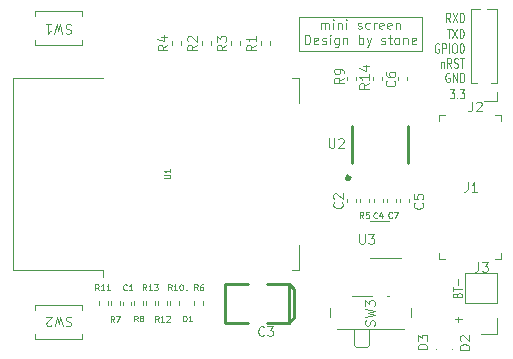
<source format=gbr>
%TF.GenerationSoftware,KiCad,Pcbnew,(6.0.0)*%
%TF.CreationDate,2022-02-02T23:07:07+08:00*%
%TF.ProjectId,screen,73637265-656e-42e6-9b69-6361645f7063,rev?*%
%TF.SameCoordinates,Original*%
%TF.FileFunction,Legend,Top*%
%TF.FilePolarity,Positive*%
%FSLAX46Y46*%
G04 Gerber Fmt 4.6, Leading zero omitted, Abs format (unit mm)*
G04 Created by KiCad (PCBNEW (6.0.0)) date 2022-02-02 23:07:07*
%MOMM*%
%LPD*%
G01*
G04 APERTURE LIST*
%ADD10C,0.100000*%
%ADD11C,0.120000*%
%ADD12C,0.254000*%
%ADD13C,0.300000*%
G04 APERTURE END LIST*
D10*
X133220000Y-86420000D02*
X143680000Y-86420000D01*
X143680000Y-86420000D02*
X143680000Y-89230000D01*
X143680000Y-89230000D02*
X133220000Y-89230000D01*
X133220000Y-89230000D02*
X133220000Y-86420000D01*
X146001428Y-92471904D02*
X146372857Y-92471904D01*
X146172857Y-92776666D01*
X146258571Y-92776666D01*
X146315714Y-92814761D01*
X146344285Y-92852857D01*
X146372857Y-92929047D01*
X146372857Y-93119523D01*
X146344285Y-93195714D01*
X146315714Y-93233809D01*
X146258571Y-93271904D01*
X146087142Y-93271904D01*
X146030000Y-93233809D01*
X146001428Y-93195714D01*
X146630000Y-93195714D02*
X146658571Y-93233809D01*
X146630000Y-93271904D01*
X146601428Y-93233809D01*
X146630000Y-93195714D01*
X146630000Y-93271904D01*
X146858571Y-92471904D02*
X147230000Y-92471904D01*
X147030000Y-92776666D01*
X147115714Y-92776666D01*
X147172857Y-92814761D01*
X147201428Y-92852857D01*
X147230000Y-92929047D01*
X147230000Y-93119523D01*
X147201428Y-93195714D01*
X147172857Y-93233809D01*
X147115714Y-93271904D01*
X146944285Y-93271904D01*
X146887142Y-93233809D01*
X146858571Y-93195714D01*
X146632857Y-109917142D02*
X146670952Y-109831428D01*
X146709047Y-109802857D01*
X146785238Y-109774285D01*
X146899523Y-109774285D01*
X146975714Y-109802857D01*
X147013809Y-109831428D01*
X147051904Y-109888571D01*
X147051904Y-110117142D01*
X146251904Y-110117142D01*
X146251904Y-109917142D01*
X146290000Y-109860000D01*
X146328095Y-109831428D01*
X146404285Y-109802857D01*
X146480476Y-109802857D01*
X146556666Y-109831428D01*
X146594761Y-109860000D01*
X146632857Y-109917142D01*
X146632857Y-110117142D01*
X146251904Y-109602857D02*
X146251904Y-109260000D01*
X147051904Y-109431428D02*
X146251904Y-109431428D01*
X146747142Y-109060000D02*
X146747142Y-108602857D01*
X146050000Y-86821904D02*
X145850000Y-86440952D01*
X145707142Y-86821904D02*
X145707142Y-86021904D01*
X145935714Y-86021904D01*
X145992857Y-86060000D01*
X146021428Y-86098095D01*
X146050000Y-86174285D01*
X146050000Y-86288571D01*
X146021428Y-86364761D01*
X145992857Y-86402857D01*
X145935714Y-86440952D01*
X145707142Y-86440952D01*
X146250000Y-86021904D02*
X146650000Y-86821904D01*
X146650000Y-86021904D02*
X146250000Y-86821904D01*
X146878571Y-86821904D02*
X146878571Y-86021904D01*
X147021428Y-86021904D01*
X147107142Y-86060000D01*
X147164285Y-86136190D01*
X147192857Y-86212380D01*
X147221428Y-86364761D01*
X147221428Y-86479047D01*
X147192857Y-86631428D01*
X147164285Y-86707619D01*
X147107142Y-86783809D01*
X147021428Y-86821904D01*
X146878571Y-86821904D01*
X146747142Y-112208571D02*
X146747142Y-111751428D01*
X147051904Y-111980000D02*
X146442380Y-111980000D01*
X135087619Y-87387904D02*
X135087619Y-86854571D01*
X135087619Y-86930761D02*
X135125714Y-86892666D01*
X135201904Y-86854571D01*
X135316190Y-86854571D01*
X135392380Y-86892666D01*
X135430476Y-86968857D01*
X135430476Y-87387904D01*
X135430476Y-86968857D02*
X135468571Y-86892666D01*
X135544761Y-86854571D01*
X135659047Y-86854571D01*
X135735238Y-86892666D01*
X135773333Y-86968857D01*
X135773333Y-87387904D01*
X136154285Y-87387904D02*
X136154285Y-86854571D01*
X136154285Y-86587904D02*
X136116190Y-86626000D01*
X136154285Y-86664095D01*
X136192380Y-86626000D01*
X136154285Y-86587904D01*
X136154285Y-86664095D01*
X136535238Y-86854571D02*
X136535238Y-87387904D01*
X136535238Y-86930761D02*
X136573333Y-86892666D01*
X136649523Y-86854571D01*
X136763809Y-86854571D01*
X136840000Y-86892666D01*
X136878095Y-86968857D01*
X136878095Y-87387904D01*
X137259047Y-87387904D02*
X137259047Y-86854571D01*
X137259047Y-86587904D02*
X137220952Y-86626000D01*
X137259047Y-86664095D01*
X137297142Y-86626000D01*
X137259047Y-86587904D01*
X137259047Y-86664095D01*
X138211428Y-87349809D02*
X138287619Y-87387904D01*
X138440000Y-87387904D01*
X138516190Y-87349809D01*
X138554285Y-87273619D01*
X138554285Y-87235523D01*
X138516190Y-87159333D01*
X138440000Y-87121238D01*
X138325714Y-87121238D01*
X138249523Y-87083142D01*
X138211428Y-87006952D01*
X138211428Y-86968857D01*
X138249523Y-86892666D01*
X138325714Y-86854571D01*
X138440000Y-86854571D01*
X138516190Y-86892666D01*
X139240000Y-87349809D02*
X139163809Y-87387904D01*
X139011428Y-87387904D01*
X138935238Y-87349809D01*
X138897142Y-87311714D01*
X138859047Y-87235523D01*
X138859047Y-87006952D01*
X138897142Y-86930761D01*
X138935238Y-86892666D01*
X139011428Y-86854571D01*
X139163809Y-86854571D01*
X139240000Y-86892666D01*
X139582857Y-87387904D02*
X139582857Y-86854571D01*
X139582857Y-87006952D02*
X139620952Y-86930761D01*
X139659047Y-86892666D01*
X139735238Y-86854571D01*
X139811428Y-86854571D01*
X140382857Y-87349809D02*
X140306666Y-87387904D01*
X140154285Y-87387904D01*
X140078095Y-87349809D01*
X140040000Y-87273619D01*
X140040000Y-86968857D01*
X140078095Y-86892666D01*
X140154285Y-86854571D01*
X140306666Y-86854571D01*
X140382857Y-86892666D01*
X140420952Y-86968857D01*
X140420952Y-87045047D01*
X140040000Y-87121238D01*
X141068571Y-87349809D02*
X140992380Y-87387904D01*
X140840000Y-87387904D01*
X140763809Y-87349809D01*
X140725714Y-87273619D01*
X140725714Y-86968857D01*
X140763809Y-86892666D01*
X140840000Y-86854571D01*
X140992380Y-86854571D01*
X141068571Y-86892666D01*
X141106666Y-86968857D01*
X141106666Y-87045047D01*
X140725714Y-87121238D01*
X141449523Y-86854571D02*
X141449523Y-87387904D01*
X141449523Y-86930761D02*
X141487619Y-86892666D01*
X141563809Y-86854571D01*
X141678095Y-86854571D01*
X141754285Y-86892666D01*
X141792380Y-86968857D01*
X141792380Y-87387904D01*
X133754285Y-88675904D02*
X133754285Y-87875904D01*
X133944761Y-87875904D01*
X134059047Y-87914000D01*
X134135238Y-87990190D01*
X134173333Y-88066380D01*
X134211428Y-88218761D01*
X134211428Y-88333047D01*
X134173333Y-88485428D01*
X134135238Y-88561619D01*
X134059047Y-88637809D01*
X133944761Y-88675904D01*
X133754285Y-88675904D01*
X134859047Y-88637809D02*
X134782857Y-88675904D01*
X134630476Y-88675904D01*
X134554285Y-88637809D01*
X134516190Y-88561619D01*
X134516190Y-88256857D01*
X134554285Y-88180666D01*
X134630476Y-88142571D01*
X134782857Y-88142571D01*
X134859047Y-88180666D01*
X134897142Y-88256857D01*
X134897142Y-88333047D01*
X134516190Y-88409238D01*
X135201904Y-88637809D02*
X135278095Y-88675904D01*
X135430476Y-88675904D01*
X135506666Y-88637809D01*
X135544761Y-88561619D01*
X135544761Y-88523523D01*
X135506666Y-88447333D01*
X135430476Y-88409238D01*
X135316190Y-88409238D01*
X135240000Y-88371142D01*
X135201904Y-88294952D01*
X135201904Y-88256857D01*
X135240000Y-88180666D01*
X135316190Y-88142571D01*
X135430476Y-88142571D01*
X135506666Y-88180666D01*
X135887619Y-88675904D02*
X135887619Y-88142571D01*
X135887619Y-87875904D02*
X135849523Y-87914000D01*
X135887619Y-87952095D01*
X135925714Y-87914000D01*
X135887619Y-87875904D01*
X135887619Y-87952095D01*
X136611428Y-88142571D02*
X136611428Y-88790190D01*
X136573333Y-88866380D01*
X136535238Y-88904476D01*
X136459047Y-88942571D01*
X136344761Y-88942571D01*
X136268571Y-88904476D01*
X136611428Y-88637809D02*
X136535238Y-88675904D01*
X136382857Y-88675904D01*
X136306666Y-88637809D01*
X136268571Y-88599714D01*
X136230476Y-88523523D01*
X136230476Y-88294952D01*
X136268571Y-88218761D01*
X136306666Y-88180666D01*
X136382857Y-88142571D01*
X136535238Y-88142571D01*
X136611428Y-88180666D01*
X136992380Y-88142571D02*
X136992380Y-88675904D01*
X136992380Y-88218761D02*
X137030476Y-88180666D01*
X137106666Y-88142571D01*
X137220952Y-88142571D01*
X137297142Y-88180666D01*
X137335238Y-88256857D01*
X137335238Y-88675904D01*
X138325714Y-88675904D02*
X138325714Y-87875904D01*
X138325714Y-88180666D02*
X138401904Y-88142571D01*
X138554285Y-88142571D01*
X138630476Y-88180666D01*
X138668571Y-88218761D01*
X138706666Y-88294952D01*
X138706666Y-88523523D01*
X138668571Y-88599714D01*
X138630476Y-88637809D01*
X138554285Y-88675904D01*
X138401904Y-88675904D01*
X138325714Y-88637809D01*
X138973333Y-88142571D02*
X139163809Y-88675904D01*
X139354285Y-88142571D02*
X139163809Y-88675904D01*
X139087619Y-88866380D01*
X139049523Y-88904476D01*
X138973333Y-88942571D01*
X140230476Y-88637809D02*
X140306666Y-88675904D01*
X140459047Y-88675904D01*
X140535238Y-88637809D01*
X140573333Y-88561619D01*
X140573333Y-88523523D01*
X140535238Y-88447333D01*
X140459047Y-88409238D01*
X140344761Y-88409238D01*
X140268571Y-88371142D01*
X140230476Y-88294952D01*
X140230476Y-88256857D01*
X140268571Y-88180666D01*
X140344761Y-88142571D01*
X140459047Y-88142571D01*
X140535238Y-88180666D01*
X140801904Y-88142571D02*
X141106666Y-88142571D01*
X140916190Y-87875904D02*
X140916190Y-88561619D01*
X140954285Y-88637809D01*
X141030476Y-88675904D01*
X141106666Y-88675904D01*
X141487619Y-88675904D02*
X141411428Y-88637809D01*
X141373333Y-88599714D01*
X141335238Y-88523523D01*
X141335238Y-88294952D01*
X141373333Y-88218761D01*
X141411428Y-88180666D01*
X141487619Y-88142571D01*
X141601904Y-88142571D01*
X141678095Y-88180666D01*
X141716190Y-88218761D01*
X141754285Y-88294952D01*
X141754285Y-88523523D01*
X141716190Y-88599714D01*
X141678095Y-88637809D01*
X141601904Y-88675904D01*
X141487619Y-88675904D01*
X142097142Y-88142571D02*
X142097142Y-88675904D01*
X142097142Y-88218761D02*
X142135238Y-88180666D01*
X142211428Y-88142571D01*
X142325714Y-88142571D01*
X142401904Y-88180666D01*
X142440000Y-88256857D01*
X142440000Y-88675904D01*
X143125714Y-88637809D02*
X143049523Y-88675904D01*
X142897142Y-88675904D01*
X142820952Y-88637809D01*
X142782857Y-88561619D01*
X142782857Y-88256857D01*
X142820952Y-88180666D01*
X142897142Y-88142571D01*
X143049523Y-88142571D01*
X143125714Y-88180666D01*
X143163809Y-88256857D01*
X143163809Y-88333047D01*
X142782857Y-88409238D01*
X145267142Y-90148571D02*
X145267142Y-90681904D01*
X145267142Y-90224761D02*
X145295714Y-90186666D01*
X145352857Y-90148571D01*
X145438571Y-90148571D01*
X145495714Y-90186666D01*
X145524285Y-90262857D01*
X145524285Y-90681904D01*
X146152857Y-90681904D02*
X145952857Y-90300952D01*
X145810000Y-90681904D02*
X145810000Y-89881904D01*
X146038571Y-89881904D01*
X146095714Y-89920000D01*
X146124285Y-89958095D01*
X146152857Y-90034285D01*
X146152857Y-90148571D01*
X146124285Y-90224761D01*
X146095714Y-90262857D01*
X146038571Y-90300952D01*
X145810000Y-90300952D01*
X146381428Y-90643809D02*
X146467142Y-90681904D01*
X146610000Y-90681904D01*
X146667142Y-90643809D01*
X146695714Y-90605714D01*
X146724285Y-90529523D01*
X146724285Y-90453333D01*
X146695714Y-90377142D01*
X146667142Y-90339047D01*
X146610000Y-90300952D01*
X146495714Y-90262857D01*
X146438571Y-90224761D01*
X146410000Y-90186666D01*
X146381428Y-90110476D01*
X146381428Y-90034285D01*
X146410000Y-89958095D01*
X146438571Y-89920000D01*
X146495714Y-89881904D01*
X146638571Y-89881904D01*
X146724285Y-89920000D01*
X146895714Y-89881904D02*
X147238571Y-89881904D01*
X147067142Y-90681904D02*
X147067142Y-89881904D01*
X145742857Y-87391904D02*
X146085714Y-87391904D01*
X145914285Y-88191904D02*
X145914285Y-87391904D01*
X146228571Y-87391904D02*
X146628571Y-88191904D01*
X146628571Y-87391904D02*
X146228571Y-88191904D01*
X146857142Y-88191904D02*
X146857142Y-87391904D01*
X147000000Y-87391904D01*
X147085714Y-87430000D01*
X147142857Y-87506190D01*
X147171428Y-87582380D01*
X147200000Y-87734761D01*
X147200000Y-87849047D01*
X147171428Y-88001428D01*
X147142857Y-88077619D01*
X147085714Y-88153809D01*
X147000000Y-88191904D01*
X146857142Y-88191904D01*
X145074285Y-88660000D02*
X145017142Y-88621904D01*
X144931428Y-88621904D01*
X144845714Y-88660000D01*
X144788571Y-88736190D01*
X144760000Y-88812380D01*
X144731428Y-88964761D01*
X144731428Y-89079047D01*
X144760000Y-89231428D01*
X144788571Y-89307619D01*
X144845714Y-89383809D01*
X144931428Y-89421904D01*
X144988571Y-89421904D01*
X145074285Y-89383809D01*
X145102857Y-89345714D01*
X145102857Y-89079047D01*
X144988571Y-89079047D01*
X145360000Y-89421904D02*
X145360000Y-88621904D01*
X145588571Y-88621904D01*
X145645714Y-88660000D01*
X145674285Y-88698095D01*
X145702857Y-88774285D01*
X145702857Y-88888571D01*
X145674285Y-88964761D01*
X145645714Y-89002857D01*
X145588571Y-89040952D01*
X145360000Y-89040952D01*
X145960000Y-89421904D02*
X145960000Y-88621904D01*
X146360000Y-88621904D02*
X146474285Y-88621904D01*
X146531428Y-88660000D01*
X146588571Y-88736190D01*
X146617142Y-88888571D01*
X146617142Y-89155238D01*
X146588571Y-89307619D01*
X146531428Y-89383809D01*
X146474285Y-89421904D01*
X146360000Y-89421904D01*
X146302857Y-89383809D01*
X146245714Y-89307619D01*
X146217142Y-89155238D01*
X146217142Y-88888571D01*
X146245714Y-88736190D01*
X146302857Y-88660000D01*
X146360000Y-88621904D01*
X146988571Y-88621904D02*
X147045714Y-88621904D01*
X147102857Y-88660000D01*
X147131428Y-88698095D01*
X147160000Y-88774285D01*
X147188571Y-88926666D01*
X147188571Y-89117142D01*
X147160000Y-89269523D01*
X147131428Y-89345714D01*
X147102857Y-89383809D01*
X147045714Y-89421904D01*
X146988571Y-89421904D01*
X146931428Y-89383809D01*
X146902857Y-89345714D01*
X146874285Y-89269523D01*
X146845714Y-89117142D01*
X146845714Y-88926666D01*
X146874285Y-88774285D01*
X146902857Y-88698095D01*
X146931428Y-88660000D01*
X146988571Y-88621904D01*
X145982857Y-91150000D02*
X145925714Y-91111904D01*
X145840000Y-91111904D01*
X145754285Y-91150000D01*
X145697142Y-91226190D01*
X145668571Y-91302380D01*
X145640000Y-91454761D01*
X145640000Y-91569047D01*
X145668571Y-91721428D01*
X145697142Y-91797619D01*
X145754285Y-91873809D01*
X145840000Y-91911904D01*
X145897142Y-91911904D01*
X145982857Y-91873809D01*
X146011428Y-91835714D01*
X146011428Y-91569047D01*
X145897142Y-91569047D01*
X146268571Y-91911904D02*
X146268571Y-91111904D01*
X146611428Y-91911904D01*
X146611428Y-91111904D01*
X146897142Y-91911904D02*
X146897142Y-91111904D01*
X147040000Y-91111904D01*
X147125714Y-91150000D01*
X147182857Y-91226190D01*
X147211428Y-91302380D01*
X147240000Y-91454761D01*
X147240000Y-91569047D01*
X147211428Y-91721428D01*
X147182857Y-91797619D01*
X147125714Y-91873809D01*
X147040000Y-91911904D01*
X146897142Y-91911904D01*
%TO.C,C7*%
X141116666Y-103348571D02*
X141092857Y-103372380D01*
X141021428Y-103396190D01*
X140973809Y-103396190D01*
X140902380Y-103372380D01*
X140854761Y-103324761D01*
X140830952Y-103277142D01*
X140807142Y-103181904D01*
X140807142Y-103110476D01*
X140830952Y-103015238D01*
X140854761Y-102967619D01*
X140902380Y-102920000D01*
X140973809Y-102896190D01*
X141021428Y-102896190D01*
X141092857Y-102920000D01*
X141116666Y-102943809D01*
X141283333Y-102896190D02*
X141616666Y-102896190D01*
X141402380Y-103396190D01*
%TO.C,R14*%
X139171904Y-91984285D02*
X138790952Y-92250952D01*
X139171904Y-92441428D02*
X138371904Y-92441428D01*
X138371904Y-92136666D01*
X138410000Y-92060476D01*
X138448095Y-92022380D01*
X138524285Y-91984285D01*
X138638571Y-91984285D01*
X138714761Y-92022380D01*
X138752857Y-92060476D01*
X138790952Y-92136666D01*
X138790952Y-92441428D01*
X139171904Y-91222380D02*
X139171904Y-91679523D01*
X139171904Y-91450952D02*
X138371904Y-91450952D01*
X138486190Y-91527142D01*
X138562380Y-91603333D01*
X138600476Y-91679523D01*
X138638571Y-90536666D02*
X139171904Y-90536666D01*
X138333809Y-90727142D02*
X138905238Y-90917619D01*
X138905238Y-90422380D01*
%TO.C,U2*%
X135790476Y-96661904D02*
X135790476Y-97309523D01*
X135828571Y-97385714D01*
X135866666Y-97423809D01*
X135942857Y-97461904D01*
X136095238Y-97461904D01*
X136171428Y-97423809D01*
X136209523Y-97385714D01*
X136247619Y-97309523D01*
X136247619Y-96661904D01*
X136590476Y-96738095D02*
X136628571Y-96700000D01*
X136704761Y-96661904D01*
X136895238Y-96661904D01*
X136971428Y-96700000D01*
X137009523Y-96738095D01*
X137047619Y-96814285D01*
X137047619Y-96890476D01*
X137009523Y-97004761D01*
X136552380Y-97461904D01*
X137047619Y-97461904D01*
%TO.C,R7*%
X117596666Y-112226190D02*
X117430000Y-111988095D01*
X117310952Y-112226190D02*
X117310952Y-111726190D01*
X117501428Y-111726190D01*
X117549047Y-111750000D01*
X117572857Y-111773809D01*
X117596666Y-111821428D01*
X117596666Y-111892857D01*
X117572857Y-111940476D01*
X117549047Y-111964285D01*
X117501428Y-111988095D01*
X117310952Y-111988095D01*
X117763333Y-111726190D02*
X118096666Y-111726190D01*
X117882380Y-112226190D01*
%TO.C,J1*%
X147523333Y-100371904D02*
X147523333Y-100943333D01*
X147485238Y-101057619D01*
X147409047Y-101133809D01*
X147294761Y-101171904D01*
X147218571Y-101171904D01*
X148323333Y-101171904D02*
X147866190Y-101171904D01*
X148094761Y-101171904D02*
X148094761Y-100371904D01*
X148018571Y-100486190D01*
X147942380Y-100562380D01*
X147866190Y-100600476D01*
%TO.C,J2*%
X147903333Y-93541904D02*
X147903333Y-94113333D01*
X147865238Y-94227619D01*
X147789047Y-94303809D01*
X147674761Y-94341904D01*
X147598571Y-94341904D01*
X148246190Y-93618095D02*
X148284285Y-93580000D01*
X148360476Y-93541904D01*
X148550952Y-93541904D01*
X148627142Y-93580000D01*
X148665238Y-93618095D01*
X148703333Y-93694285D01*
X148703333Y-93770476D01*
X148665238Y-93884761D01*
X148208095Y-94341904D01*
X148703333Y-94341904D01*
%TO.C,D2*%
X147671904Y-114560476D02*
X146871904Y-114560476D01*
X146871904Y-114370000D01*
X146910000Y-114255714D01*
X146986190Y-114179523D01*
X147062380Y-114141428D01*
X147214761Y-114103333D01*
X147329047Y-114103333D01*
X147481428Y-114141428D01*
X147557619Y-114179523D01*
X147633809Y-114255714D01*
X147671904Y-114370000D01*
X147671904Y-114560476D01*
X146948095Y-113798571D02*
X146910000Y-113760476D01*
X146871904Y-113684285D01*
X146871904Y-113493809D01*
X146910000Y-113417619D01*
X146948095Y-113379523D01*
X147024285Y-113341428D01*
X147100476Y-113341428D01*
X147214761Y-113379523D01*
X147671904Y-113836666D01*
X147671904Y-113341428D01*
%TO.C,C6*%
X141305714Y-91763333D02*
X141343809Y-91801428D01*
X141381904Y-91915714D01*
X141381904Y-91991904D01*
X141343809Y-92106190D01*
X141267619Y-92182380D01*
X141191428Y-92220476D01*
X141039047Y-92258571D01*
X140924761Y-92258571D01*
X140772380Y-92220476D01*
X140696190Y-92182380D01*
X140620000Y-92106190D01*
X140581904Y-91991904D01*
X140581904Y-91915714D01*
X140620000Y-91801428D01*
X140658095Y-91763333D01*
X140581904Y-91077619D02*
X140581904Y-91230000D01*
X140620000Y-91306190D01*
X140658095Y-91344285D01*
X140772380Y-91420476D01*
X140924761Y-91458571D01*
X141229523Y-91458571D01*
X141305714Y-91420476D01*
X141343809Y-91382380D01*
X141381904Y-91306190D01*
X141381904Y-91153809D01*
X141343809Y-91077619D01*
X141305714Y-91039523D01*
X141229523Y-91001428D01*
X141039047Y-91001428D01*
X140962857Y-91039523D01*
X140924761Y-91077619D01*
X140886666Y-91153809D01*
X140886666Y-91306190D01*
X140924761Y-91382380D01*
X140962857Y-91420476D01*
X141039047Y-91458571D01*
%TO.C,C2*%
X136885714Y-102083333D02*
X136923809Y-102121428D01*
X136961904Y-102235714D01*
X136961904Y-102311904D01*
X136923809Y-102426190D01*
X136847619Y-102502380D01*
X136771428Y-102540476D01*
X136619047Y-102578571D01*
X136504761Y-102578571D01*
X136352380Y-102540476D01*
X136276190Y-102502380D01*
X136200000Y-102426190D01*
X136161904Y-102311904D01*
X136161904Y-102235714D01*
X136200000Y-102121428D01*
X136238095Y-102083333D01*
X136238095Y-101778571D02*
X136200000Y-101740476D01*
X136161904Y-101664285D01*
X136161904Y-101473809D01*
X136200000Y-101397619D01*
X136238095Y-101359523D01*
X136314285Y-101321428D01*
X136390476Y-101321428D01*
X136504761Y-101359523D01*
X136961904Y-101816666D01*
X136961904Y-101321428D01*
%TO.C,D3*%
X144121904Y-114510476D02*
X143321904Y-114510476D01*
X143321904Y-114320000D01*
X143360000Y-114205714D01*
X143436190Y-114129523D01*
X143512380Y-114091428D01*
X143664761Y-114053333D01*
X143779047Y-114053333D01*
X143931428Y-114091428D01*
X144007619Y-114129523D01*
X144083809Y-114205714D01*
X144121904Y-114320000D01*
X144121904Y-114510476D01*
X143321904Y-113786666D02*
X143321904Y-113291428D01*
X143626666Y-113558095D01*
X143626666Y-113443809D01*
X143664761Y-113367619D01*
X143702857Y-113329523D01*
X143779047Y-113291428D01*
X143969523Y-113291428D01*
X144045714Y-113329523D01*
X144083809Y-113367619D01*
X144121904Y-113443809D01*
X144121904Y-113672380D01*
X144083809Y-113748571D01*
X144045714Y-113786666D01*
%TO.C,C5*%
X143685714Y-102103333D02*
X143723809Y-102141428D01*
X143761904Y-102255714D01*
X143761904Y-102331904D01*
X143723809Y-102446190D01*
X143647619Y-102522380D01*
X143571428Y-102560476D01*
X143419047Y-102598571D01*
X143304761Y-102598571D01*
X143152380Y-102560476D01*
X143076190Y-102522380D01*
X143000000Y-102446190D01*
X142961904Y-102331904D01*
X142961904Y-102255714D01*
X143000000Y-102141428D01*
X143038095Y-102103333D01*
X142961904Y-101379523D02*
X142961904Y-101760476D01*
X143342857Y-101798571D01*
X143304761Y-101760476D01*
X143266666Y-101684285D01*
X143266666Y-101493809D01*
X143304761Y-101417619D01*
X143342857Y-101379523D01*
X143419047Y-101341428D01*
X143609523Y-101341428D01*
X143685714Y-101379523D01*
X143723809Y-101417619D01*
X143761904Y-101493809D01*
X143761904Y-101684285D01*
X143723809Y-101760476D01*
X143685714Y-101798571D01*
%TO.C,R4*%
X122091904Y-88733333D02*
X121710952Y-89000000D01*
X122091904Y-89190476D02*
X121291904Y-89190476D01*
X121291904Y-88885714D01*
X121330000Y-88809523D01*
X121368095Y-88771428D01*
X121444285Y-88733333D01*
X121558571Y-88733333D01*
X121634761Y-88771428D01*
X121672857Y-88809523D01*
X121710952Y-88885714D01*
X121710952Y-89190476D01*
X121558571Y-88047619D02*
X122091904Y-88047619D01*
X121253809Y-88238095D02*
X121825238Y-88428571D01*
X121825238Y-87933333D01*
%TO.C,R9*%
X137036904Y-91508333D02*
X136655952Y-91775000D01*
X137036904Y-91965476D02*
X136236904Y-91965476D01*
X136236904Y-91660714D01*
X136275000Y-91584523D01*
X136313095Y-91546428D01*
X136389285Y-91508333D01*
X136503571Y-91508333D01*
X136579761Y-91546428D01*
X136617857Y-91584523D01*
X136655952Y-91660714D01*
X136655952Y-91965476D01*
X137036904Y-91127380D02*
X137036904Y-90975000D01*
X136998809Y-90898809D01*
X136960714Y-90860714D01*
X136846428Y-90784523D01*
X136694047Y-90746428D01*
X136389285Y-90746428D01*
X136313095Y-90784523D01*
X136275000Y-90822619D01*
X136236904Y-90898809D01*
X136236904Y-91051190D01*
X136275000Y-91127380D01*
X136313095Y-91165476D01*
X136389285Y-91203571D01*
X136579761Y-91203571D01*
X136655952Y-91165476D01*
X136694047Y-91127380D01*
X136732142Y-91051190D01*
X136732142Y-90898809D01*
X136694047Y-90822619D01*
X136655952Y-90784523D01*
X136579761Y-90746428D01*
%TO.C,R10*%
X122458571Y-109506190D02*
X122291904Y-109268095D01*
X122172857Y-109506190D02*
X122172857Y-109006190D01*
X122363333Y-109006190D01*
X122410952Y-109030000D01*
X122434761Y-109053809D01*
X122458571Y-109101428D01*
X122458571Y-109172857D01*
X122434761Y-109220476D01*
X122410952Y-109244285D01*
X122363333Y-109268095D01*
X122172857Y-109268095D01*
X122934761Y-109506190D02*
X122649047Y-109506190D01*
X122791904Y-109506190D02*
X122791904Y-109006190D01*
X122744285Y-109077619D01*
X122696666Y-109125238D01*
X122649047Y-109149047D01*
X123244285Y-109006190D02*
X123291904Y-109006190D01*
X123339523Y-109030000D01*
X123363333Y-109053809D01*
X123387142Y-109101428D01*
X123410952Y-109196666D01*
X123410952Y-109315714D01*
X123387142Y-109410952D01*
X123363333Y-109458571D01*
X123339523Y-109482380D01*
X123291904Y-109506190D01*
X123244285Y-109506190D01*
X123196666Y-109482380D01*
X123172857Y-109458571D01*
X123149047Y-109410952D01*
X123125238Y-109315714D01*
X123125238Y-109196666D01*
X123149047Y-109101428D01*
X123172857Y-109053809D01*
X123196666Y-109030000D01*
X123244285Y-109006190D01*
%TO.C,R2*%
X124591904Y-88733333D02*
X124210952Y-89000000D01*
X124591904Y-89190476D02*
X123791904Y-89190476D01*
X123791904Y-88885714D01*
X123830000Y-88809523D01*
X123868095Y-88771428D01*
X123944285Y-88733333D01*
X124058571Y-88733333D01*
X124134761Y-88771428D01*
X124172857Y-88809523D01*
X124210952Y-88885714D01*
X124210952Y-89190476D01*
X123868095Y-88428571D02*
X123830000Y-88390476D01*
X123791904Y-88314285D01*
X123791904Y-88123809D01*
X123830000Y-88047619D01*
X123868095Y-88009523D01*
X123944285Y-87971428D01*
X124020476Y-87971428D01*
X124134761Y-88009523D01*
X124591904Y-88466666D01*
X124591904Y-87971428D01*
%TO.C,C3*%
X130286666Y-113305714D02*
X130248571Y-113343809D01*
X130134285Y-113381904D01*
X130058095Y-113381904D01*
X129943809Y-113343809D01*
X129867619Y-113267619D01*
X129829523Y-113191428D01*
X129791428Y-113039047D01*
X129791428Y-112924761D01*
X129829523Y-112772380D01*
X129867619Y-112696190D01*
X129943809Y-112620000D01*
X130058095Y-112581904D01*
X130134285Y-112581904D01*
X130248571Y-112620000D01*
X130286666Y-112658095D01*
X130553333Y-112581904D02*
X131048571Y-112581904D01*
X130781904Y-112886666D01*
X130896190Y-112886666D01*
X130972380Y-112924761D01*
X131010476Y-112962857D01*
X131048571Y-113039047D01*
X131048571Y-113229523D01*
X131010476Y-113305714D01*
X130972380Y-113343809D01*
X130896190Y-113381904D01*
X130667619Y-113381904D01*
X130591428Y-113343809D01*
X130553333Y-113305714D01*
%TO.C,R5*%
X138706666Y-103406190D02*
X138540000Y-103168095D01*
X138420952Y-103406190D02*
X138420952Y-102906190D01*
X138611428Y-102906190D01*
X138659047Y-102930000D01*
X138682857Y-102953809D01*
X138706666Y-103001428D01*
X138706666Y-103072857D01*
X138682857Y-103120476D01*
X138659047Y-103144285D01*
X138611428Y-103168095D01*
X138420952Y-103168095D01*
X139159047Y-102906190D02*
X138920952Y-102906190D01*
X138897142Y-103144285D01*
X138920952Y-103120476D01*
X138968571Y-103096666D01*
X139087619Y-103096666D01*
X139135238Y-103120476D01*
X139159047Y-103144285D01*
X139182857Y-103191904D01*
X139182857Y-103310952D01*
X139159047Y-103358571D01*
X139135238Y-103382380D01*
X139087619Y-103406190D01*
X138968571Y-103406190D01*
X138920952Y-103382380D01*
X138897142Y-103358571D01*
%TO.C,SW3*%
X139633809Y-112506666D02*
X139671904Y-112392380D01*
X139671904Y-112201904D01*
X139633809Y-112125714D01*
X139595714Y-112087619D01*
X139519523Y-112049523D01*
X139443333Y-112049523D01*
X139367142Y-112087619D01*
X139329047Y-112125714D01*
X139290952Y-112201904D01*
X139252857Y-112354285D01*
X139214761Y-112430476D01*
X139176666Y-112468571D01*
X139100476Y-112506666D01*
X139024285Y-112506666D01*
X138948095Y-112468571D01*
X138910000Y-112430476D01*
X138871904Y-112354285D01*
X138871904Y-112163809D01*
X138910000Y-112049523D01*
X138871904Y-111782857D02*
X139671904Y-111592380D01*
X139100476Y-111440000D01*
X139671904Y-111287619D01*
X138871904Y-111097142D01*
X138871904Y-110868571D02*
X138871904Y-110373333D01*
X139176666Y-110640000D01*
X139176666Y-110525714D01*
X139214761Y-110449523D01*
X139252857Y-110411428D01*
X139329047Y-110373333D01*
X139519523Y-110373333D01*
X139595714Y-110411428D01*
X139633809Y-110449523D01*
X139671904Y-110525714D01*
X139671904Y-110754285D01*
X139633809Y-110830476D01*
X139595714Y-110868571D01*
%TO.C,R12*%
X121358571Y-112176190D02*
X121191904Y-111938095D01*
X121072857Y-112176190D02*
X121072857Y-111676190D01*
X121263333Y-111676190D01*
X121310952Y-111700000D01*
X121334761Y-111723809D01*
X121358571Y-111771428D01*
X121358571Y-111842857D01*
X121334761Y-111890476D01*
X121310952Y-111914285D01*
X121263333Y-111938095D01*
X121072857Y-111938095D01*
X121834761Y-112176190D02*
X121549047Y-112176190D01*
X121691904Y-112176190D02*
X121691904Y-111676190D01*
X121644285Y-111747619D01*
X121596666Y-111795238D01*
X121549047Y-111819047D01*
X122025238Y-111723809D02*
X122049047Y-111700000D01*
X122096666Y-111676190D01*
X122215714Y-111676190D01*
X122263333Y-111700000D01*
X122287142Y-111723809D01*
X122310952Y-111771428D01*
X122310952Y-111819047D01*
X122287142Y-111890476D01*
X122001428Y-112176190D01*
X122310952Y-112176190D01*
%TO.C,J3*%
X148443333Y-107131904D02*
X148443333Y-107703333D01*
X148405238Y-107817619D01*
X148329047Y-107893809D01*
X148214761Y-107931904D01*
X148138571Y-107931904D01*
X148748095Y-107131904D02*
X149243333Y-107131904D01*
X148976666Y-107436666D01*
X149090952Y-107436666D01*
X149167142Y-107474761D01*
X149205238Y-107512857D01*
X149243333Y-107589047D01*
X149243333Y-107779523D01*
X149205238Y-107855714D01*
X149167142Y-107893809D01*
X149090952Y-107931904D01*
X148862380Y-107931904D01*
X148786190Y-107893809D01*
X148748095Y-107855714D01*
%TO.C,SW1*%
X113941666Y-87026190D02*
X113827380Y-86988095D01*
X113636904Y-86988095D01*
X113560714Y-87026190D01*
X113522619Y-87064285D01*
X113484523Y-87140476D01*
X113484523Y-87216666D01*
X113522619Y-87292857D01*
X113560714Y-87330952D01*
X113636904Y-87369047D01*
X113789285Y-87407142D01*
X113865476Y-87445238D01*
X113903571Y-87483333D01*
X113941666Y-87559523D01*
X113941666Y-87635714D01*
X113903571Y-87711904D01*
X113865476Y-87750000D01*
X113789285Y-87788095D01*
X113598809Y-87788095D01*
X113484523Y-87750000D01*
X113217857Y-87788095D02*
X113027380Y-86988095D01*
X112875000Y-87559523D01*
X112722619Y-86988095D01*
X112532142Y-87788095D01*
X111808333Y-86988095D02*
X112265476Y-86988095D01*
X112036904Y-86988095D02*
X112036904Y-87788095D01*
X112113095Y-87673809D01*
X112189285Y-87597619D01*
X112265476Y-87559523D01*
%TO.C,U1*%
X121816190Y-100030952D02*
X122220952Y-100030952D01*
X122268571Y-100007142D01*
X122292380Y-99983333D01*
X122316190Y-99935714D01*
X122316190Y-99840476D01*
X122292380Y-99792857D01*
X122268571Y-99769047D01*
X122220952Y-99745238D01*
X121816190Y-99745238D01*
X122316190Y-99245238D02*
X122316190Y-99530952D01*
X122316190Y-99388095D02*
X121816190Y-99388095D01*
X121887619Y-99435714D01*
X121935238Y-99483333D01*
X121959047Y-99530952D01*
%TO.C,R3*%
X127091904Y-88733333D02*
X126710952Y-89000000D01*
X127091904Y-89190476D02*
X126291904Y-89190476D01*
X126291904Y-88885714D01*
X126330000Y-88809523D01*
X126368095Y-88771428D01*
X126444285Y-88733333D01*
X126558571Y-88733333D01*
X126634761Y-88771428D01*
X126672857Y-88809523D01*
X126710952Y-88885714D01*
X126710952Y-89190476D01*
X126291904Y-88466666D02*
X126291904Y-87971428D01*
X126596666Y-88238095D01*
X126596666Y-88123809D01*
X126634761Y-88047619D01*
X126672857Y-88009523D01*
X126749047Y-87971428D01*
X126939523Y-87971428D01*
X127015714Y-88009523D01*
X127053809Y-88047619D01*
X127091904Y-88123809D01*
X127091904Y-88352380D01*
X127053809Y-88428571D01*
X127015714Y-88466666D01*
%TO.C,R13*%
X120328571Y-109506190D02*
X120161904Y-109268095D01*
X120042857Y-109506190D02*
X120042857Y-109006190D01*
X120233333Y-109006190D01*
X120280952Y-109030000D01*
X120304761Y-109053809D01*
X120328571Y-109101428D01*
X120328571Y-109172857D01*
X120304761Y-109220476D01*
X120280952Y-109244285D01*
X120233333Y-109268095D01*
X120042857Y-109268095D01*
X120804761Y-109506190D02*
X120519047Y-109506190D01*
X120661904Y-109506190D02*
X120661904Y-109006190D01*
X120614285Y-109077619D01*
X120566666Y-109125238D01*
X120519047Y-109149047D01*
X120971428Y-109006190D02*
X121280952Y-109006190D01*
X121114285Y-109196666D01*
X121185714Y-109196666D01*
X121233333Y-109220476D01*
X121257142Y-109244285D01*
X121280952Y-109291904D01*
X121280952Y-109410952D01*
X121257142Y-109458571D01*
X121233333Y-109482380D01*
X121185714Y-109506190D01*
X121042857Y-109506190D01*
X120995238Y-109482380D01*
X120971428Y-109458571D01*
%TO.C,SW2*%
X113966666Y-111796190D02*
X113852380Y-111758095D01*
X113661904Y-111758095D01*
X113585714Y-111796190D01*
X113547619Y-111834285D01*
X113509523Y-111910476D01*
X113509523Y-111986666D01*
X113547619Y-112062857D01*
X113585714Y-112100952D01*
X113661904Y-112139047D01*
X113814285Y-112177142D01*
X113890476Y-112215238D01*
X113928571Y-112253333D01*
X113966666Y-112329523D01*
X113966666Y-112405714D01*
X113928571Y-112481904D01*
X113890476Y-112520000D01*
X113814285Y-112558095D01*
X113623809Y-112558095D01*
X113509523Y-112520000D01*
X113242857Y-112558095D02*
X113052380Y-111758095D01*
X112900000Y-112329523D01*
X112747619Y-111758095D01*
X112557142Y-112558095D01*
X112290476Y-112481904D02*
X112252380Y-112520000D01*
X112176190Y-112558095D01*
X111985714Y-112558095D01*
X111909523Y-112520000D01*
X111871428Y-112481904D01*
X111833333Y-112405714D01*
X111833333Y-112329523D01*
X111871428Y-112215238D01*
X112328571Y-111758095D01*
X111833333Y-111758095D01*
%TO.C,R1*%
X129591904Y-88733333D02*
X129210952Y-89000000D01*
X129591904Y-89190476D02*
X128791904Y-89190476D01*
X128791904Y-88885714D01*
X128830000Y-88809523D01*
X128868095Y-88771428D01*
X128944285Y-88733333D01*
X129058571Y-88733333D01*
X129134761Y-88771428D01*
X129172857Y-88809523D01*
X129210952Y-88885714D01*
X129210952Y-89190476D01*
X129591904Y-87971428D02*
X129591904Y-88428571D01*
X129591904Y-88200000D02*
X128791904Y-88200000D01*
X128906190Y-88276190D01*
X128982380Y-88352380D01*
X129020476Y-88428571D01*
%TO.C,U3*%
X138360476Y-104781904D02*
X138360476Y-105429523D01*
X138398571Y-105505714D01*
X138436666Y-105543809D01*
X138512857Y-105581904D01*
X138665238Y-105581904D01*
X138741428Y-105543809D01*
X138779523Y-105505714D01*
X138817619Y-105429523D01*
X138817619Y-104781904D01*
X139122380Y-104781904D02*
X139617619Y-104781904D01*
X139350952Y-105086666D01*
X139465238Y-105086666D01*
X139541428Y-105124761D01*
X139579523Y-105162857D01*
X139617619Y-105239047D01*
X139617619Y-105429523D01*
X139579523Y-105505714D01*
X139541428Y-105543809D01*
X139465238Y-105581904D01*
X139236666Y-105581904D01*
X139160476Y-105543809D01*
X139122380Y-105505714D01*
%TO.C,C4*%
X139866666Y-103368571D02*
X139842857Y-103392380D01*
X139771428Y-103416190D01*
X139723809Y-103416190D01*
X139652380Y-103392380D01*
X139604761Y-103344761D01*
X139580952Y-103297142D01*
X139557142Y-103201904D01*
X139557142Y-103130476D01*
X139580952Y-103035238D01*
X139604761Y-102987619D01*
X139652380Y-102940000D01*
X139723809Y-102916190D01*
X139771428Y-102916190D01*
X139842857Y-102940000D01*
X139866666Y-102963809D01*
X140295238Y-103082857D02*
X140295238Y-103416190D01*
X140176190Y-102892380D02*
X140057142Y-103249523D01*
X140366666Y-103249523D01*
%TO.C,R6*%
X124666666Y-109506190D02*
X124500000Y-109268095D01*
X124380952Y-109506190D02*
X124380952Y-109006190D01*
X124571428Y-109006190D01*
X124619047Y-109030000D01*
X124642857Y-109053809D01*
X124666666Y-109101428D01*
X124666666Y-109172857D01*
X124642857Y-109220476D01*
X124619047Y-109244285D01*
X124571428Y-109268095D01*
X124380952Y-109268095D01*
X125095238Y-109006190D02*
X125000000Y-109006190D01*
X124952380Y-109030000D01*
X124928571Y-109053809D01*
X124880952Y-109125238D01*
X124857142Y-109220476D01*
X124857142Y-109410952D01*
X124880952Y-109458571D01*
X124904761Y-109482380D01*
X124952380Y-109506190D01*
X125047619Y-109506190D01*
X125095238Y-109482380D01*
X125119047Y-109458571D01*
X125142857Y-109410952D01*
X125142857Y-109291904D01*
X125119047Y-109244285D01*
X125095238Y-109220476D01*
X125047619Y-109196666D01*
X124952380Y-109196666D01*
X124904761Y-109220476D01*
X124880952Y-109244285D01*
X124857142Y-109291904D01*
%TO.C,D1*%
X123440952Y-112156190D02*
X123440952Y-111656190D01*
X123560000Y-111656190D01*
X123631428Y-111680000D01*
X123679047Y-111727619D01*
X123702857Y-111775238D01*
X123726666Y-111870476D01*
X123726666Y-111941904D01*
X123702857Y-112037142D01*
X123679047Y-112084761D01*
X123631428Y-112132380D01*
X123560000Y-112156190D01*
X123440952Y-112156190D01*
X124202857Y-112156190D02*
X123917142Y-112156190D01*
X124060000Y-112156190D02*
X124060000Y-111656190D01*
X124012380Y-111727619D01*
X123964761Y-111775238D01*
X123917142Y-111799047D01*
%TO.C,C1*%
X118666666Y-109458571D02*
X118642857Y-109482380D01*
X118571428Y-109506190D01*
X118523809Y-109506190D01*
X118452380Y-109482380D01*
X118404761Y-109434761D01*
X118380952Y-109387142D01*
X118357142Y-109291904D01*
X118357142Y-109220476D01*
X118380952Y-109125238D01*
X118404761Y-109077619D01*
X118452380Y-109030000D01*
X118523809Y-109006190D01*
X118571428Y-109006190D01*
X118642857Y-109030000D01*
X118666666Y-109053809D01*
X119142857Y-109506190D02*
X118857142Y-109506190D01*
X119000000Y-109506190D02*
X119000000Y-109006190D01*
X118952380Y-109077619D01*
X118904761Y-109125238D01*
X118857142Y-109149047D01*
%TO.C,R8*%
X119576666Y-112156190D02*
X119410000Y-111918095D01*
X119290952Y-112156190D02*
X119290952Y-111656190D01*
X119481428Y-111656190D01*
X119529047Y-111680000D01*
X119552857Y-111703809D01*
X119576666Y-111751428D01*
X119576666Y-111822857D01*
X119552857Y-111870476D01*
X119529047Y-111894285D01*
X119481428Y-111918095D01*
X119290952Y-111918095D01*
X119862380Y-111870476D02*
X119814761Y-111846666D01*
X119790952Y-111822857D01*
X119767142Y-111775238D01*
X119767142Y-111751428D01*
X119790952Y-111703809D01*
X119814761Y-111680000D01*
X119862380Y-111656190D01*
X119957619Y-111656190D01*
X120005238Y-111680000D01*
X120029047Y-111703809D01*
X120052857Y-111751428D01*
X120052857Y-111775238D01*
X120029047Y-111822857D01*
X120005238Y-111846666D01*
X119957619Y-111870476D01*
X119862380Y-111870476D01*
X119814761Y-111894285D01*
X119790952Y-111918095D01*
X119767142Y-111965714D01*
X119767142Y-112060952D01*
X119790952Y-112108571D01*
X119814761Y-112132380D01*
X119862380Y-112156190D01*
X119957619Y-112156190D01*
X120005238Y-112132380D01*
X120029047Y-112108571D01*
X120052857Y-112060952D01*
X120052857Y-111965714D01*
X120029047Y-111918095D01*
X120005238Y-111894285D01*
X119957619Y-111870476D01*
%TO.C,R11*%
X116288571Y-109526190D02*
X116121904Y-109288095D01*
X116002857Y-109526190D02*
X116002857Y-109026190D01*
X116193333Y-109026190D01*
X116240952Y-109050000D01*
X116264761Y-109073809D01*
X116288571Y-109121428D01*
X116288571Y-109192857D01*
X116264761Y-109240476D01*
X116240952Y-109264285D01*
X116193333Y-109288095D01*
X116002857Y-109288095D01*
X116764761Y-109526190D02*
X116479047Y-109526190D01*
X116621904Y-109526190D02*
X116621904Y-109026190D01*
X116574285Y-109097619D01*
X116526666Y-109145238D01*
X116479047Y-109169047D01*
X117240952Y-109526190D02*
X116955238Y-109526190D01*
X117098095Y-109526190D02*
X117098095Y-109026190D01*
X117050476Y-109097619D01*
X117002857Y-109145238D01*
X116955238Y-109169047D01*
D11*
%TO.C,C7*%
X140720000Y-102007836D02*
X140720000Y-101792164D01*
X141440000Y-102007836D02*
X141440000Y-101792164D01*
%TO.C,R14*%
X140235000Y-91733641D02*
X140235000Y-91426359D01*
X139475000Y-91733641D02*
X139475000Y-91426359D01*
D12*
%TO.C,U2*%
X142500000Y-98700000D02*
X142500000Y-95600000D01*
X137700000Y-98700000D02*
X137700000Y-95600000D01*
D13*
X137550000Y-100000000D02*
G75*
G03*
X137550000Y-100000000I-150000J0D01*
G01*
D11*
%TO.C,R7*%
X118055000Y-110446359D02*
X118055000Y-110753641D01*
X117295000Y-110446359D02*
X117295000Y-110753641D01*
D10*
%TO.C,J1*%
X145570000Y-94700000D02*
X145070000Y-94700000D01*
X150320000Y-106900000D02*
X150320000Y-106400000D01*
X145070000Y-106900000D02*
X145570000Y-106900000D01*
X150320000Y-94700000D02*
X149820000Y-94700000D01*
X145070000Y-106900000D02*
X145070000Y-106400000D01*
X145070000Y-94700000D02*
X145070000Y-95200000D01*
X150320000Y-106900000D02*
X149820000Y-106900000D01*
X150320000Y-94700000D02*
X150320000Y-95200000D01*
D11*
%TO.C,J2*%
X150010000Y-92000000D02*
X150010000Y-85715000D01*
X150010000Y-93520000D02*
X148900000Y-93520000D01*
X147790000Y-92000000D02*
X147790000Y-85715000D01*
X148336529Y-92000000D02*
X147790000Y-92000000D01*
X150010000Y-92000000D02*
X149463471Y-92000000D01*
X148592470Y-85715000D02*
X147790000Y-85715000D01*
X150010000Y-92760000D02*
X150010000Y-93520000D01*
X150010000Y-85715000D02*
X149207530Y-85715000D01*
D10*
%TO.C,D2*%
X146300000Y-114490000D02*
G75*
G03*
X146300000Y-114490000I-50000J0D01*
G01*
D11*
%TO.C,C6*%
X142360000Y-91687836D02*
X142360000Y-91472164D01*
X141640000Y-91687836D02*
X141640000Y-91472164D01*
%TO.C,C2*%
X137340000Y-102007836D02*
X137340000Y-101792164D01*
X138060000Y-102007836D02*
X138060000Y-101792164D01*
D10*
%TO.C,D3*%
X144925000Y-114490000D02*
G75*
G03*
X144925000Y-114490000I-50000J0D01*
G01*
D11*
%TO.C,C5*%
X142560000Y-102007836D02*
X142560000Y-101792164D01*
X141840000Y-102007836D02*
X141840000Y-101792164D01*
%TO.C,R4*%
X122520000Y-88753641D02*
X122520000Y-88446359D01*
X123280000Y-88753641D02*
X123280000Y-88446359D01*
%TO.C,R9*%
X137320000Y-91733641D02*
X137320000Y-91426359D01*
X138080000Y-91733641D02*
X138080000Y-91426359D01*
%TO.C,R10*%
X122350000Y-110753641D02*
X122350000Y-110446359D01*
X123110000Y-110753641D02*
X123110000Y-110446359D01*
%TO.C,R2*%
X125780000Y-88753641D02*
X125780000Y-88446359D01*
X125020000Y-88753641D02*
X125020000Y-88446359D01*
D12*
%TO.C,C3*%
X130500000Y-108950000D02*
X132427000Y-108950000D01*
X132863000Y-111800000D02*
X132863000Y-109400000D01*
X126973000Y-112250000D02*
X126973000Y-108950000D01*
X130500000Y-112250000D02*
X132427000Y-112250000D01*
X132427000Y-112250000D02*
X132863000Y-111800000D01*
X132427000Y-112250000D02*
X132427000Y-108950000D01*
X126973000Y-108950000D02*
X128900000Y-108950000D01*
X126973000Y-112250000D02*
X128900000Y-112250000D01*
X132427000Y-108950000D02*
X132863000Y-109400000D01*
D11*
%TO.C,R5*%
X138450000Y-102053641D02*
X138450000Y-101746359D01*
X139210000Y-102053641D02*
X139210000Y-101746359D01*
%TO.C,SW3*%
X137900000Y-114120000D02*
X138100000Y-114330000D01*
X139200000Y-114120000D02*
X139200000Y-112830000D01*
X142750000Y-111820000D02*
X142750000Y-111030000D01*
X137900000Y-112830000D02*
X137900000Y-114120000D01*
X136450000Y-112830000D02*
X142150000Y-112830000D01*
X135850000Y-111030000D02*
X135850000Y-111820000D01*
X138100000Y-114330000D02*
X139000000Y-114330000D01*
X137700000Y-109980000D02*
X139400000Y-109980000D01*
X139200000Y-114120000D02*
X139000000Y-114330000D01*
X140700000Y-109980000D02*
X140900000Y-109980000D01*
%TO.C,R12*%
X122095000Y-110446359D02*
X122095000Y-110753641D01*
X121335000Y-110446359D02*
X121335000Y-110753641D01*
%TO.C,J3*%
X149980000Y-108030000D02*
X147320000Y-108030000D01*
X149980000Y-111900000D02*
X149980000Y-113230000D01*
X149980000Y-110630000D02*
X147320000Y-110630000D01*
X149980000Y-110630000D02*
X149980000Y-108030000D01*
X149980000Y-113230000D02*
X148650000Y-113230000D01*
X147320000Y-110630000D02*
X147320000Y-108030000D01*
%TO.C,SW1*%
X110900000Y-88750000D02*
X110900000Y-88300000D01*
X114900000Y-88750000D02*
X110900000Y-88750000D01*
X114900000Y-88300000D02*
X114900000Y-88750000D01*
X110900000Y-85850000D02*
X114900000Y-85850000D01*
X110900000Y-86300000D02*
X110900000Y-85850000D01*
X114900000Y-85850000D02*
X114900000Y-86300000D01*
%TO.C,U1*%
X116650000Y-107820000D02*
X116650000Y-108430000D01*
X133270000Y-91580000D02*
X133270000Y-93700000D01*
X109030000Y-107820000D02*
X109030000Y-91580000D01*
X132650000Y-91580000D02*
X133270000Y-91580000D01*
X109030000Y-91580000D02*
X116650000Y-91580000D01*
X133270000Y-107820000D02*
X132650000Y-107820000D01*
X133270000Y-105700000D02*
X133270000Y-107820000D01*
X116650000Y-107820000D02*
X109030000Y-107820000D01*
%TO.C,R3*%
X127520000Y-88753641D02*
X127520000Y-88446359D01*
X128280000Y-88753641D02*
X128280000Y-88446359D01*
%TO.C,R13*%
X121080000Y-110446359D02*
X121080000Y-110753641D01*
X120320000Y-110446359D02*
X120320000Y-110753641D01*
%TO.C,SW2*%
X114900000Y-113200000D02*
X114900000Y-113650000D01*
X114900000Y-113650000D02*
X110900000Y-113650000D01*
X114900000Y-110750000D02*
X114900000Y-111200000D01*
X110900000Y-110750000D02*
X114900000Y-110750000D01*
X110900000Y-113650000D02*
X110900000Y-113200000D01*
X110900000Y-111200000D02*
X110900000Y-110750000D01*
%TO.C,R1*%
X130780000Y-88753641D02*
X130780000Y-88446359D01*
X130020000Y-88753641D02*
X130020000Y-88446359D01*
%TO.C,U3*%
X140100000Y-106760000D02*
X141900000Y-106760000D01*
X140100000Y-106760000D02*
X139300000Y-106760000D01*
X140100000Y-103640000D02*
X140900000Y-103640000D01*
X140100000Y-103640000D02*
X139300000Y-103640000D01*
%TO.C,C4*%
X139600000Y-102007836D02*
X139600000Y-101792164D01*
X140320000Y-102007836D02*
X140320000Y-101792164D01*
%TO.C,R6*%
X124380000Y-110446359D02*
X124380000Y-110753641D01*
X125140000Y-110446359D02*
X125140000Y-110753641D01*
D10*
%TO.C,D1*%
X123795000Y-109510000D02*
G75*
G03*
X123795000Y-109510000I-50000J0D01*
G01*
D11*
%TO.C,C1*%
X119040000Y-110727836D02*
X119040000Y-110512164D01*
X118320000Y-110727836D02*
X118320000Y-110512164D01*
%TO.C,R8*%
X120065000Y-110753641D02*
X120065000Y-110446359D01*
X119305000Y-110753641D02*
X119305000Y-110446359D01*
%TO.C,R11*%
X116280000Y-110446359D02*
X116280000Y-110753641D01*
X117040000Y-110446359D02*
X117040000Y-110753641D01*
%TD*%
M02*

</source>
